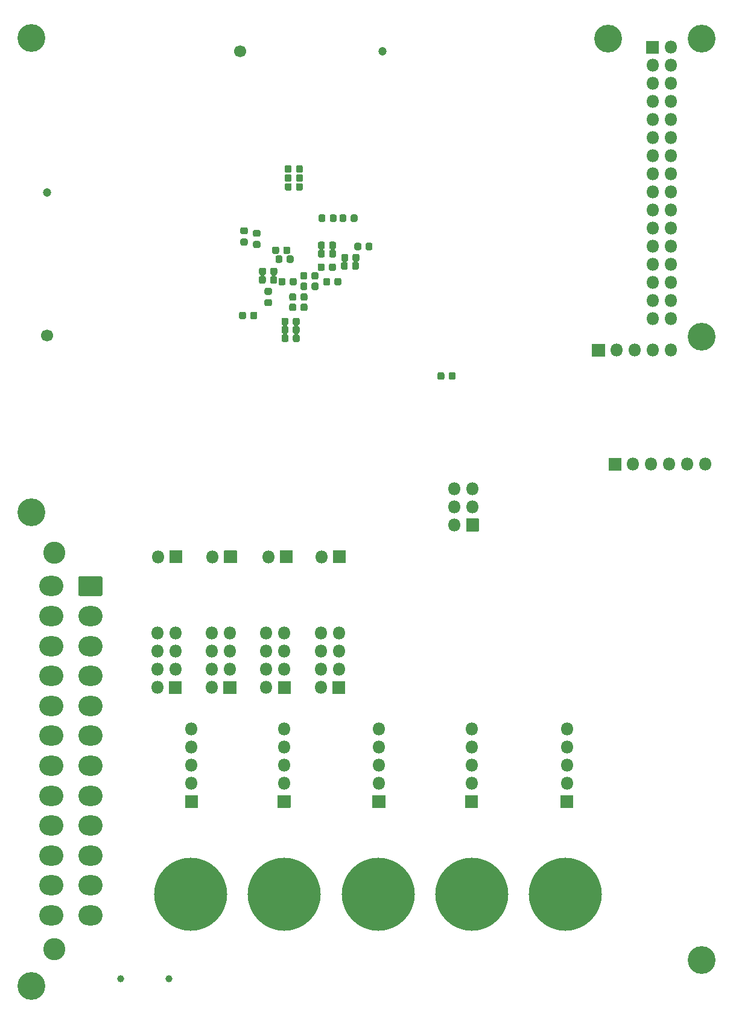
<source format=gbr>
%TF.GenerationSoftware,KiCad,Pcbnew,(5.99.0-3304-gcc86630f1-dirty)*%
%TF.CreationDate,2021-01-15T17:35:19+01:00*%
%TF.ProjectId,FD,46442e6b-6963-4616-945f-706362585858,rev?*%
%TF.SameCoordinates,Original*%
%TF.FileFunction,Soldermask,Bot*%
%TF.FilePolarity,Negative*%
%FSLAX46Y46*%
G04 Gerber Fmt 4.6, Leading zero omitted, Abs format (unit mm)*
G04 Created by KiCad (PCBNEW (5.99.0-3304-gcc86630f1-dirty)) date 2021-01-15 17:35:19*
%MOMM*%
%LPD*%
G01*
G04 APERTURE LIST*
%ADD10C,3.100000*%
%ADD11O,3.400000X2.800000*%
%ADD12O,1.800000X1.800000*%
%ADD13C,10.260000*%
%ADD14C,1.200000*%
%ADD15C,1.700000*%
%ADD16C,1.000000*%
%ADD17C,3.900000*%
G04 APERTURE END LIST*
D10*
%TO.C,J2*%
X142760000Y-153200000D03*
X142760000Y-97600000D03*
G36*
G01*
X146359260Y-100900000D02*
X149240740Y-100900000D01*
G75*
G02*
X149500000Y-101159260I0J-259260D01*
G01*
X149500000Y-103440740D01*
G75*
G02*
X149240740Y-103700000I-259260J0D01*
G01*
X146359260Y-103700000D01*
G75*
G02*
X146100000Y-103440740I0J259260D01*
G01*
X146100000Y-101159260D01*
G75*
G02*
X146359260Y-100900000I259260J0D01*
G01*
G37*
D11*
X147800000Y-106500000D03*
X147800000Y-110700000D03*
X147800000Y-114900000D03*
X147800000Y-119100000D03*
X147800000Y-123300000D03*
X147800000Y-127500000D03*
X147800000Y-131700000D03*
X147800000Y-135900000D03*
X147800000Y-140100000D03*
X147800000Y-144300000D03*
X147800000Y-148500000D03*
X142300000Y-102300000D03*
X142300000Y-106500000D03*
X142300000Y-110700000D03*
X142300000Y-114900000D03*
X142300000Y-119100000D03*
X142300000Y-123300000D03*
X142300000Y-127500000D03*
X142300000Y-131700000D03*
X142300000Y-135900000D03*
X142300000Y-140100000D03*
X142300000Y-144300000D03*
X142300000Y-148500000D03*
%TD*%
%TO.C,J3*%
G36*
G01*
X160620000Y-115680000D02*
X160620000Y-117380000D01*
G75*
G02*
X160570000Y-117430000I-50000J0D01*
G01*
X158870000Y-117430000D01*
G75*
G02*
X158820000Y-117380000I0J50000D01*
G01*
X158820000Y-115680000D01*
G75*
G02*
X158870000Y-115630000I50000J0D01*
G01*
X160570000Y-115630000D01*
G75*
G02*
X160620000Y-115680000I0J-50000D01*
G01*
G37*
D12*
X157180000Y-116530000D03*
X159720000Y-113990000D03*
X157180000Y-113990000D03*
X159720000Y-111450000D03*
X157180000Y-111450000D03*
X159720000Y-108910000D03*
X157180000Y-108910000D03*
%TD*%
%TO.C,J4*%
G36*
G01*
X168264466Y-115680000D02*
X168264466Y-117380000D01*
G75*
G02*
X168214466Y-117430000I-50000J0D01*
G01*
X166514466Y-117430000D01*
G75*
G02*
X166464466Y-117380000I0J50000D01*
G01*
X166464466Y-115680000D01*
G75*
G02*
X166514466Y-115630000I50000J0D01*
G01*
X168214466Y-115630000D01*
G75*
G02*
X168264466Y-115680000I0J-50000D01*
G01*
G37*
X164824466Y-116530000D03*
X167364466Y-113990000D03*
X164824466Y-113990000D03*
X167364466Y-111450000D03*
X164824466Y-111450000D03*
X167364466Y-108910000D03*
X164824466Y-108910000D03*
%TD*%
%TO.C,J5*%
G36*
G01*
X175908932Y-115680000D02*
X175908932Y-117380000D01*
G75*
G02*
X175858932Y-117430000I-50000J0D01*
G01*
X174158932Y-117430000D01*
G75*
G02*
X174108932Y-117380000I0J50000D01*
G01*
X174108932Y-115680000D01*
G75*
G02*
X174158932Y-115630000I50000J0D01*
G01*
X175858932Y-115630000D01*
G75*
G02*
X175908932Y-115680000I0J-50000D01*
G01*
G37*
X172468932Y-116530000D03*
X175008932Y-113990000D03*
X172468932Y-113990000D03*
X175008932Y-111450000D03*
X172468932Y-111450000D03*
X175008932Y-108910000D03*
X172468932Y-108910000D03*
%TD*%
%TO.C,J6*%
G36*
G01*
X183553398Y-115680000D02*
X183553398Y-117380000D01*
G75*
G02*
X183503398Y-117430000I-50000J0D01*
G01*
X181803398Y-117430000D01*
G75*
G02*
X181753398Y-117380000I0J50000D01*
G01*
X181753398Y-115680000D01*
G75*
G02*
X181803398Y-115630000I50000J0D01*
G01*
X183503398Y-115630000D01*
G75*
G02*
X183553398Y-115680000I0J-50000D01*
G01*
G37*
X180113398Y-116530000D03*
X182653398Y-113990000D03*
X180113398Y-113990000D03*
X182653398Y-111450000D03*
X180113398Y-111450000D03*
X182653398Y-108910000D03*
X180113398Y-108910000D03*
%TD*%
%TO.C,J7*%
G36*
G01*
X160716602Y-97330000D02*
X160716602Y-99030000D01*
G75*
G02*
X160666602Y-99080000I-50000J0D01*
G01*
X158966602Y-99080000D01*
G75*
G02*
X158916602Y-99030000I0J50000D01*
G01*
X158916602Y-97330000D01*
G75*
G02*
X158966602Y-97280000I50000J0D01*
G01*
X160666602Y-97280000D01*
G75*
G02*
X160716602Y-97330000I0J-50000D01*
G01*
G37*
X157276602Y-98180000D03*
%TD*%
%TO.C,J8*%
G36*
G01*
X168361068Y-97330000D02*
X168361068Y-99030000D01*
G75*
G02*
X168311068Y-99080000I-50000J0D01*
G01*
X166611068Y-99080000D01*
G75*
G02*
X166561068Y-99030000I0J50000D01*
G01*
X166561068Y-97330000D01*
G75*
G02*
X166611068Y-97280000I50000J0D01*
G01*
X168311068Y-97280000D01*
G75*
G02*
X168361068Y-97330000I0J-50000D01*
G01*
G37*
X164921068Y-98180000D03*
%TD*%
%TO.C,J9*%
G36*
G01*
X176205030Y-97330000D02*
X176205030Y-99030000D01*
G75*
G02*
X176155030Y-99080000I-50000J0D01*
G01*
X174455030Y-99080000D01*
G75*
G02*
X174405030Y-99030000I0J50000D01*
G01*
X174405030Y-97330000D01*
G75*
G02*
X174455030Y-97280000I50000J0D01*
G01*
X176155030Y-97280000D01*
G75*
G02*
X176205030Y-97330000I0J-50000D01*
G01*
G37*
X172765030Y-98180000D03*
%TD*%
%TO.C,J10*%
G36*
G01*
X183650000Y-97330000D02*
X183650000Y-99030000D01*
G75*
G02*
X183600000Y-99080000I-50000J0D01*
G01*
X181900000Y-99080000D01*
G75*
G02*
X181850000Y-99030000I0J50000D01*
G01*
X181850000Y-97330000D01*
G75*
G02*
X181900000Y-97280000I50000J0D01*
G01*
X183600000Y-97280000D01*
G75*
G02*
X183650000Y-97330000I0J-50000D01*
G01*
G37*
X180210000Y-98180000D03*
%TD*%
D13*
%TO.C,J11*%
X161880000Y-145520000D03*
%TD*%
%TO.C,J12*%
X201330000Y-145520000D03*
%TD*%
%TO.C,J13*%
X214480000Y-145520000D03*
%TD*%
%TO.C,J14*%
G36*
G01*
X162880000Y-131670000D02*
X162880000Y-133370000D01*
G75*
G02*
X162830000Y-133420000I-50000J0D01*
G01*
X161130000Y-133420000D01*
G75*
G02*
X161080000Y-133370000I0J50000D01*
G01*
X161080000Y-131670000D01*
G75*
G02*
X161130000Y-131620000I50000J0D01*
G01*
X162830000Y-131620000D01*
G75*
G02*
X162880000Y-131670000I0J-50000D01*
G01*
G37*
D12*
X161980000Y-129980000D03*
X161980000Y-127440000D03*
X161980000Y-124900000D03*
X161980000Y-122360000D03*
%TD*%
%TO.C,J15*%
G36*
G01*
X202180000Y-131670000D02*
X202180000Y-133370000D01*
G75*
G02*
X202130000Y-133420000I-50000J0D01*
G01*
X200430000Y-133420000D01*
G75*
G02*
X200380000Y-133370000I0J50000D01*
G01*
X200380000Y-131670000D01*
G75*
G02*
X200430000Y-131620000I50000J0D01*
G01*
X202130000Y-131620000D01*
G75*
G02*
X202180000Y-131670000I0J-50000D01*
G01*
G37*
X201280000Y-129980000D03*
X201280000Y-127440000D03*
X201280000Y-124900000D03*
X201280000Y-122360000D03*
%TD*%
%TO.C,J16*%
G36*
G01*
X215580000Y-131670000D02*
X215580000Y-133370000D01*
G75*
G02*
X215530000Y-133420000I-50000J0D01*
G01*
X213830000Y-133420000D01*
G75*
G02*
X213780000Y-133370000I0J50000D01*
G01*
X213780000Y-131670000D01*
G75*
G02*
X213830000Y-131620000I50000J0D01*
G01*
X215530000Y-131620000D01*
G75*
G02*
X215580000Y-131670000I0J-50000D01*
G01*
G37*
X214680000Y-129980000D03*
X214680000Y-127440000D03*
X214680000Y-124900000D03*
X214680000Y-122360000D03*
%TD*%
D13*
%TO.C,J19*%
X188180000Y-145520000D03*
%TD*%
%TO.C,J20*%
X175030000Y-145520000D03*
%TD*%
%TO.C,J21*%
G36*
G01*
X189180000Y-131670000D02*
X189180000Y-133370000D01*
G75*
G02*
X189130000Y-133420000I-50000J0D01*
G01*
X187430000Y-133420000D01*
G75*
G02*
X187380000Y-133370000I0J50000D01*
G01*
X187380000Y-131670000D01*
G75*
G02*
X187430000Y-131620000I50000J0D01*
G01*
X189130000Y-131620000D01*
G75*
G02*
X189180000Y-131670000I0J-50000D01*
G01*
G37*
D12*
X188280000Y-129980000D03*
X188280000Y-127440000D03*
X188280000Y-124900000D03*
X188280000Y-122360000D03*
%TD*%
%TO.C,J22*%
G36*
G01*
X175880000Y-131670000D02*
X175880000Y-133370000D01*
G75*
G02*
X175830000Y-133420000I-50000J0D01*
G01*
X174130000Y-133420000D01*
G75*
G02*
X174080000Y-133370000I0J50000D01*
G01*
X174080000Y-131670000D01*
G75*
G02*
X174130000Y-131620000I50000J0D01*
G01*
X175830000Y-131620000D01*
G75*
G02*
X175880000Y-131670000I0J-50000D01*
G01*
G37*
X174980000Y-129980000D03*
X174980000Y-127440000D03*
X174980000Y-124900000D03*
X174980000Y-122360000D03*
%TD*%
D14*
%TO.C,J29*%
X141725000Y-47090000D03*
D15*
X141725000Y-67090000D03*
%TD*%
%TO.C,J31*%
G36*
G01*
X225800000Y-27530000D02*
X225800000Y-25830000D01*
G75*
G02*
X225850000Y-25780000I50000J0D01*
G01*
X227550000Y-25780000D01*
G75*
G02*
X227600000Y-25830000I0J-50000D01*
G01*
X227600000Y-27530000D01*
G75*
G02*
X227550000Y-27580000I-50000J0D01*
G01*
X225850000Y-27580000D01*
G75*
G02*
X225800000Y-27530000I0J50000D01*
G01*
G37*
D12*
X229240000Y-26680000D03*
X226700000Y-29220000D03*
X229240000Y-29220000D03*
X226700000Y-31760000D03*
X229240000Y-31760000D03*
X226700000Y-34300000D03*
X229240000Y-34300000D03*
X226700000Y-36840000D03*
X229240000Y-36840000D03*
X226700000Y-39380000D03*
X229240000Y-39380000D03*
X226700000Y-41920000D03*
X229240000Y-41920000D03*
X226700000Y-44460000D03*
X229240000Y-44460000D03*
X226700000Y-47000000D03*
X229240000Y-47000000D03*
X226700000Y-49540000D03*
X229240000Y-49540000D03*
X226700000Y-52080000D03*
X229240000Y-52080000D03*
X226700000Y-54620000D03*
X229240000Y-54620000D03*
X226700000Y-57160000D03*
X229240000Y-57160000D03*
X226700000Y-59700000D03*
X229240000Y-59700000D03*
X226700000Y-62240000D03*
X229240000Y-62240000D03*
X226700000Y-64780000D03*
X229240000Y-64780000D03*
%TD*%
%TO.C,J32*%
G36*
G01*
X222250000Y-86100000D02*
X220550000Y-86100000D01*
G75*
G02*
X220500000Y-86050000I0J50000D01*
G01*
X220500000Y-84350000D01*
G75*
G02*
X220550000Y-84300000I50000J0D01*
G01*
X222250000Y-84300000D01*
G75*
G02*
X222300000Y-84350000I0J-50000D01*
G01*
X222300000Y-86050000D01*
G75*
G02*
X222250000Y-86100000I-50000J0D01*
G01*
G37*
X223940000Y-85200000D03*
X226480000Y-85200000D03*
X229020000Y-85200000D03*
X231560000Y-85200000D03*
X234100000Y-85200000D03*
%TD*%
%TO.C,J33*%
G36*
G01*
X202330000Y-92860000D02*
X202330000Y-94560000D01*
G75*
G02*
X202280000Y-94610000I-50000J0D01*
G01*
X200580000Y-94610000D01*
G75*
G02*
X200530000Y-94560000I0J50000D01*
G01*
X200530000Y-92860000D01*
G75*
G02*
X200580000Y-92810000I50000J0D01*
G01*
X202280000Y-92810000D01*
G75*
G02*
X202330000Y-92860000I0J-50000D01*
G01*
G37*
X198890000Y-93710000D03*
X201430000Y-91170000D03*
X198890000Y-91170000D03*
X201430000Y-88630000D03*
X198890000Y-88630000D03*
%TD*%
D16*
%TO.C,SW1*%
X158820000Y-157340000D03*
X152020000Y-157340000D03*
%TD*%
%TO.C,J30*%
G36*
G01*
X219950000Y-70100000D02*
X218250000Y-70100000D01*
G75*
G02*
X218200000Y-70050000I0J50000D01*
G01*
X218200000Y-68350000D01*
G75*
G02*
X218250000Y-68300000I50000J0D01*
G01*
X219950000Y-68300000D01*
G75*
G02*
X220000000Y-68350000I0J-50000D01*
G01*
X220000000Y-70050000D01*
G75*
G02*
X219950000Y-70100000I-50000J0D01*
G01*
G37*
D12*
X221640000Y-69200000D03*
X224180000Y-69200000D03*
X226720000Y-69200000D03*
X229260000Y-69200000D03*
%TD*%
D15*
%TO.C,J25*%
X168790000Y-27210000D03*
D14*
X188790000Y-27210000D03*
%TD*%
D17*
%TO.C,REF\u002A\u002A*%
X139510000Y-25404999D03*
%TD*%
%TO.C,REF\u002A\u002A*%
X233570000Y-154750000D03*
%TD*%
%TO.C,REF\u002A\u002A*%
X233570000Y-25444999D03*
%TD*%
%TO.C,REF\u002A\u002A*%
X139510000Y-158360000D03*
%TD*%
%TO.C,REF\u002A\u002A*%
X139510000Y-91920000D03*
%TD*%
%TO.C,REF\u002A\u002A*%
X233570000Y-67300000D03*
%TD*%
%TO.C,REF\u002A\u002A*%
X220440000Y-25444999D03*
%TD*%
%TO.C,C52*%
G36*
G01*
X183015000Y-59298750D02*
X183015000Y-59861250D01*
G75*
G02*
X182771250Y-60105000I-243750J0D01*
G01*
X182283750Y-60105000D01*
G75*
G02*
X182040000Y-59861250I0J243750D01*
G01*
X182040000Y-59298750D01*
G75*
G02*
X182283750Y-59055000I243750J0D01*
G01*
X182771250Y-59055000D01*
G75*
G02*
X183015000Y-59298750I0J-243750D01*
G01*
G37*
G36*
G01*
X181440000Y-59298750D02*
X181440000Y-59861250D01*
G75*
G02*
X181196250Y-60105000I-243750J0D01*
G01*
X180708750Y-60105000D01*
G75*
G02*
X180465000Y-59861250I0J243750D01*
G01*
X180465000Y-59298750D01*
G75*
G02*
X180708750Y-59055000I243750J0D01*
G01*
X181196250Y-59055000D01*
G75*
G02*
X181440000Y-59298750I0J-243750D01*
G01*
G37*
%TD*%
%TO.C,C74*%
G36*
G01*
X182245000Y-57258750D02*
X182245000Y-57821250D01*
G75*
G02*
X182001250Y-58065000I-243750J0D01*
G01*
X181513750Y-58065000D01*
G75*
G02*
X181270000Y-57821250I0J243750D01*
G01*
X181270000Y-57258750D01*
G75*
G02*
X181513750Y-57015000I243750J0D01*
G01*
X182001250Y-57015000D01*
G75*
G02*
X182245000Y-57258750I0J-243750D01*
G01*
G37*
G36*
G01*
X180670000Y-57258750D02*
X180670000Y-57821250D01*
G75*
G02*
X180426250Y-58065000I-243750J0D01*
G01*
X179938750Y-58065000D01*
G75*
G02*
X179695000Y-57821250I0J243750D01*
G01*
X179695000Y-57258750D01*
G75*
G02*
X179938750Y-57015000I243750J0D01*
G01*
X180426250Y-57015000D01*
G75*
G02*
X180670000Y-57258750I0J-243750D01*
G01*
G37*
%TD*%
%TO.C,R88*%
G36*
G01*
X199045000Y-72528750D02*
X199045000Y-73091250D01*
G75*
G02*
X198801250Y-73335000I-243750J0D01*
G01*
X198313750Y-73335000D01*
G75*
G02*
X198070000Y-73091250I0J243750D01*
G01*
X198070000Y-72528750D01*
G75*
G02*
X198313750Y-72285000I243750J0D01*
G01*
X198801250Y-72285000D01*
G75*
G02*
X199045000Y-72528750I0J-243750D01*
G01*
G37*
G36*
G01*
X197470000Y-72528750D02*
X197470000Y-73091250D01*
G75*
G02*
X197226250Y-73335000I-243750J0D01*
G01*
X196738750Y-73335000D01*
G75*
G02*
X196495000Y-73091250I0J243750D01*
G01*
X196495000Y-72528750D01*
G75*
G02*
X196738750Y-72285000I243750J0D01*
G01*
X197226250Y-72285000D01*
G75*
G02*
X197470000Y-72528750I0J-243750D01*
G01*
G37*
%TD*%
%TO.C,C13*%
G36*
G01*
X183012500Y-56481250D02*
X183012500Y-55918750D01*
G75*
G02*
X183256250Y-55675000I243750J0D01*
G01*
X183743750Y-55675000D01*
G75*
G02*
X183987500Y-55918750I0J-243750D01*
G01*
X183987500Y-56481250D01*
G75*
G02*
X183743750Y-56725000I-243750J0D01*
G01*
X183256250Y-56725000D01*
G75*
G02*
X183012500Y-56481250I0J243750D01*
G01*
G37*
G36*
G01*
X184587500Y-56481250D02*
X184587500Y-55918750D01*
G75*
G02*
X184831250Y-55675000I243750J0D01*
G01*
X185318750Y-55675000D01*
G75*
G02*
X185562500Y-55918750I0J-243750D01*
G01*
X185562500Y-56481250D01*
G75*
G02*
X185318750Y-56725000I-243750J0D01*
G01*
X184831250Y-56725000D01*
G75*
G02*
X184587500Y-56481250I0J243750D01*
G01*
G37*
%TD*%
%TO.C,C84*%
G36*
G01*
X182277500Y-55378750D02*
X182277500Y-55941250D01*
G75*
G02*
X182033750Y-56185000I-243750J0D01*
G01*
X181546250Y-56185000D01*
G75*
G02*
X181302500Y-55941250I0J243750D01*
G01*
X181302500Y-55378750D01*
G75*
G02*
X181546250Y-55135000I243750J0D01*
G01*
X182033750Y-55135000D01*
G75*
G02*
X182277500Y-55378750I0J-243750D01*
G01*
G37*
G36*
G01*
X180702500Y-55378750D02*
X180702500Y-55941250D01*
G75*
G02*
X180458750Y-56185000I-243750J0D01*
G01*
X179971250Y-56185000D01*
G75*
G02*
X179727500Y-55941250I0J243750D01*
G01*
X179727500Y-55378750D01*
G75*
G02*
X179971250Y-55135000I243750J0D01*
G01*
X180458750Y-55135000D01*
G75*
G02*
X180702500Y-55378750I0J-243750D01*
G01*
G37*
%TD*%
%TO.C,C26*%
G36*
G01*
X182942500Y-57651250D02*
X182942500Y-57088750D01*
G75*
G02*
X183186250Y-56845000I243750J0D01*
G01*
X183673750Y-56845000D01*
G75*
G02*
X183917500Y-57088750I0J-243750D01*
G01*
X183917500Y-57651250D01*
G75*
G02*
X183673750Y-57895000I-243750J0D01*
G01*
X183186250Y-57895000D01*
G75*
G02*
X182942500Y-57651250I0J243750D01*
G01*
G37*
G36*
G01*
X184517500Y-57651250D02*
X184517500Y-57088750D01*
G75*
G02*
X184761250Y-56845000I243750J0D01*
G01*
X185248750Y-56845000D01*
G75*
G02*
X185492500Y-57088750I0J-243750D01*
G01*
X185492500Y-57651250D01*
G75*
G02*
X185248750Y-57895000I-243750J0D01*
G01*
X184761250Y-57895000D01*
G75*
G02*
X184517500Y-57651250I0J243750D01*
G01*
G37*
%TD*%
%TO.C,C36*%
G36*
G01*
X176742500Y-59288750D02*
X176742500Y-59851250D01*
G75*
G02*
X176498750Y-60095000I-243750J0D01*
G01*
X176011250Y-60095000D01*
G75*
G02*
X175767500Y-59851250I0J243750D01*
G01*
X175767500Y-59288750D01*
G75*
G02*
X176011250Y-59045000I243750J0D01*
G01*
X176498750Y-59045000D01*
G75*
G02*
X176742500Y-59288750I0J-243750D01*
G01*
G37*
G36*
G01*
X175167500Y-59288750D02*
X175167500Y-59851250D01*
G75*
G02*
X174923750Y-60095000I-243750J0D01*
G01*
X174436250Y-60095000D01*
G75*
G02*
X174192500Y-59851250I0J243750D01*
G01*
X174192500Y-59288750D01*
G75*
G02*
X174436250Y-59045000I243750J0D01*
G01*
X174923750Y-59045000D01*
G75*
G02*
X175167500Y-59288750I0J-243750D01*
G01*
G37*
%TD*%
%TO.C,C28*%
G36*
G01*
X178255000Y-62878750D02*
X178255000Y-63441250D01*
G75*
G02*
X178011250Y-63685000I-243750J0D01*
G01*
X177523750Y-63685000D01*
G75*
G02*
X177280000Y-63441250I0J243750D01*
G01*
X177280000Y-62878750D01*
G75*
G02*
X177523750Y-62635000I243750J0D01*
G01*
X178011250Y-62635000D01*
G75*
G02*
X178255000Y-62878750I0J-243750D01*
G01*
G37*
G36*
G01*
X176680000Y-62878750D02*
X176680000Y-63441250D01*
G75*
G02*
X176436250Y-63685000I-243750J0D01*
G01*
X175948750Y-63685000D01*
G75*
G02*
X175705000Y-63441250I0J243750D01*
G01*
X175705000Y-62878750D01*
G75*
G02*
X175948750Y-62635000I243750J0D01*
G01*
X176436250Y-62635000D01*
G75*
G02*
X176680000Y-62878750I0J-243750D01*
G01*
G37*
%TD*%
%TO.C,C23*%
G36*
G01*
X175845000Y-54888750D02*
X175845000Y-55451250D01*
G75*
G02*
X175601250Y-55695000I-243750J0D01*
G01*
X175113750Y-55695000D01*
G75*
G02*
X174870000Y-55451250I0J243750D01*
G01*
X174870000Y-54888750D01*
G75*
G02*
X175113750Y-54645000I243750J0D01*
G01*
X175601250Y-54645000D01*
G75*
G02*
X175845000Y-54888750I0J-243750D01*
G01*
G37*
G36*
G01*
X174270000Y-54888750D02*
X174270000Y-55451250D01*
G75*
G02*
X174026250Y-55695000I-243750J0D01*
G01*
X173538750Y-55695000D01*
G75*
G02*
X173295000Y-55451250I0J243750D01*
G01*
X173295000Y-54888750D01*
G75*
G02*
X173538750Y-54645000I243750J0D01*
G01*
X174026250Y-54645000D01*
G75*
G02*
X174270000Y-54888750I0J-243750D01*
G01*
G37*
%TD*%
%TO.C,R48*%
G36*
G01*
X173031250Y-63005000D02*
X172468750Y-63005000D01*
G75*
G02*
X172225000Y-62761250I0J243750D01*
G01*
X172225000Y-62273750D01*
G75*
G02*
X172468750Y-62030000I243750J0D01*
G01*
X173031250Y-62030000D01*
G75*
G02*
X173275000Y-62273750I0J-243750D01*
G01*
X173275000Y-62761250D01*
G75*
G02*
X173031250Y-63005000I-243750J0D01*
G01*
G37*
G36*
G01*
X173031250Y-61430000D02*
X172468750Y-61430000D01*
G75*
G02*
X172225000Y-61186250I0J243750D01*
G01*
X172225000Y-60698750D01*
G75*
G02*
X172468750Y-60455000I243750J0D01*
G01*
X173031250Y-60455000D01*
G75*
G02*
X173275000Y-60698750I0J-243750D01*
G01*
X173275000Y-61186250D01*
G75*
G02*
X173031250Y-61430000I-243750J0D01*
G01*
G37*
%TD*%
%TO.C,C66*%
G36*
G01*
X184835000Y-54921250D02*
X184835000Y-54358750D01*
G75*
G02*
X185078750Y-54115000I243750J0D01*
G01*
X185566250Y-54115000D01*
G75*
G02*
X185810000Y-54358750I0J-243750D01*
G01*
X185810000Y-54921250D01*
G75*
G02*
X185566250Y-55165000I-243750J0D01*
G01*
X185078750Y-55165000D01*
G75*
G02*
X184835000Y-54921250I0J243750D01*
G01*
G37*
G36*
G01*
X186410000Y-54921250D02*
X186410000Y-54358750D01*
G75*
G02*
X186653750Y-54115000I243750J0D01*
G01*
X187141250Y-54115000D01*
G75*
G02*
X187385000Y-54358750I0J-243750D01*
G01*
X187385000Y-54921250D01*
G75*
G02*
X187141250Y-55165000I-243750J0D01*
G01*
X186653750Y-55165000D01*
G75*
G02*
X186410000Y-54921250I0J243750D01*
G01*
G37*
%TD*%
%TO.C,C14*%
G36*
G01*
X177265000Y-60511250D02*
X177265000Y-59948750D01*
G75*
G02*
X177508750Y-59705000I243750J0D01*
G01*
X177996250Y-59705000D01*
G75*
G02*
X178240000Y-59948750I0J-243750D01*
G01*
X178240000Y-60511250D01*
G75*
G02*
X177996250Y-60755000I-243750J0D01*
G01*
X177508750Y-60755000D01*
G75*
G02*
X177265000Y-60511250I0J243750D01*
G01*
G37*
G36*
G01*
X178840000Y-60511250D02*
X178840000Y-59948750D01*
G75*
G02*
X179083750Y-59705000I243750J0D01*
G01*
X179571250Y-59705000D01*
G75*
G02*
X179815000Y-59948750I0J-243750D01*
G01*
X179815000Y-60511250D01*
G75*
G02*
X179571250Y-60755000I-243750J0D01*
G01*
X179083750Y-60755000D01*
G75*
G02*
X178840000Y-60511250I0J243750D01*
G01*
G37*
%TD*%
%TO.C,C85*%
G36*
G01*
X173765000Y-56691250D02*
X173765000Y-56128750D01*
G75*
G02*
X174008750Y-55885000I243750J0D01*
G01*
X174496250Y-55885000D01*
G75*
G02*
X174740000Y-56128750I0J-243750D01*
G01*
X174740000Y-56691250D01*
G75*
G02*
X174496250Y-56935000I-243750J0D01*
G01*
X174008750Y-56935000D01*
G75*
G02*
X173765000Y-56691250I0J243750D01*
G01*
G37*
G36*
G01*
X175340000Y-56691250D02*
X175340000Y-56128750D01*
G75*
G02*
X175583750Y-55885000I243750J0D01*
G01*
X176071250Y-55885000D01*
G75*
G02*
X176315000Y-56128750I0J-243750D01*
G01*
X176315000Y-56691250D01*
G75*
G02*
X176071250Y-56935000I-243750J0D01*
G01*
X175583750Y-56935000D01*
G75*
G02*
X175340000Y-56691250I0J243750D01*
G01*
G37*
%TD*%
%TO.C,C18*%
G36*
G01*
X178257500Y-61438750D02*
X178257500Y-62001250D01*
G75*
G02*
X178013750Y-62245000I-243750J0D01*
G01*
X177526250Y-62245000D01*
G75*
G02*
X177282500Y-62001250I0J243750D01*
G01*
X177282500Y-61438750D01*
G75*
G02*
X177526250Y-61195000I243750J0D01*
G01*
X178013750Y-61195000D01*
G75*
G02*
X178257500Y-61438750I0J-243750D01*
G01*
G37*
G36*
G01*
X176682500Y-61438750D02*
X176682500Y-62001250D01*
G75*
G02*
X176438750Y-62245000I-243750J0D01*
G01*
X175951250Y-62245000D01*
G75*
G02*
X175707500Y-62001250I0J243750D01*
G01*
X175707500Y-61438750D01*
G75*
G02*
X175951250Y-61195000I243750J0D01*
G01*
X176438750Y-61195000D01*
G75*
G02*
X176682500Y-61438750I0J-243750D01*
G01*
G37*
%TD*%
%TO.C,C83*%
G36*
G01*
X171215000Y-64038750D02*
X171215000Y-64601250D01*
G75*
G02*
X170971250Y-64845000I-243750J0D01*
G01*
X170483750Y-64845000D01*
G75*
G02*
X170240000Y-64601250I0J243750D01*
G01*
X170240000Y-64038750D01*
G75*
G02*
X170483750Y-63795000I243750J0D01*
G01*
X170971250Y-63795000D01*
G75*
G02*
X171215000Y-64038750I0J-243750D01*
G01*
G37*
G36*
G01*
X169640000Y-64038750D02*
X169640000Y-64601250D01*
G75*
G02*
X169396250Y-64845000I-243750J0D01*
G01*
X168908750Y-64845000D01*
G75*
G02*
X168665000Y-64601250I0J243750D01*
G01*
X168665000Y-64038750D01*
G75*
G02*
X168908750Y-63795000I243750J0D01*
G01*
X169396250Y-63795000D01*
G75*
G02*
X169640000Y-64038750I0J-243750D01*
G01*
G37*
%TD*%
%TO.C,C86*%
G36*
G01*
X179795000Y-58468750D02*
X179795000Y-59031250D01*
G75*
G02*
X179551250Y-59275000I-243750J0D01*
G01*
X179063750Y-59275000D01*
G75*
G02*
X178820000Y-59031250I0J243750D01*
G01*
X178820000Y-58468750D01*
G75*
G02*
X179063750Y-58225000I243750J0D01*
G01*
X179551250Y-58225000D01*
G75*
G02*
X179795000Y-58468750I0J-243750D01*
G01*
G37*
G36*
G01*
X178220000Y-58468750D02*
X178220000Y-59031250D01*
G75*
G02*
X177976250Y-59275000I-243750J0D01*
G01*
X177488750Y-59275000D01*
G75*
G02*
X177245000Y-59031250I0J243750D01*
G01*
X177245000Y-58468750D01*
G75*
G02*
X177488750Y-58225000I243750J0D01*
G01*
X177976250Y-58225000D01*
G75*
G02*
X178220000Y-58468750I0J-243750D01*
G01*
G37*
%TD*%
%TO.C,C98*%
G36*
G01*
X174615000Y-65436250D02*
X174615000Y-64873750D01*
G75*
G02*
X174858750Y-64630000I243750J0D01*
G01*
X175346250Y-64630000D01*
G75*
G02*
X175590000Y-64873750I0J-243750D01*
G01*
X175590000Y-65436250D01*
G75*
G02*
X175346250Y-65680000I-243750J0D01*
G01*
X174858750Y-65680000D01*
G75*
G02*
X174615000Y-65436250I0J243750D01*
G01*
G37*
G36*
G01*
X176190000Y-65436250D02*
X176190000Y-64873750D01*
G75*
G02*
X176433750Y-64630000I243750J0D01*
G01*
X176921250Y-64630000D01*
G75*
G02*
X177165000Y-64873750I0J-243750D01*
G01*
X177165000Y-65436250D01*
G75*
G02*
X176921250Y-65680000I-243750J0D01*
G01*
X176433750Y-65680000D01*
G75*
G02*
X176190000Y-65436250I0J243750D01*
G01*
G37*
%TD*%
%TO.C,C32*%
G36*
G01*
X171435000Y-59611250D02*
X171435000Y-59048750D01*
G75*
G02*
X171678750Y-58805000I243750J0D01*
G01*
X172166250Y-58805000D01*
G75*
G02*
X172410000Y-59048750I0J-243750D01*
G01*
X172410000Y-59611250D01*
G75*
G02*
X172166250Y-59855000I-243750J0D01*
G01*
X171678750Y-59855000D01*
G75*
G02*
X171435000Y-59611250I0J243750D01*
G01*
G37*
G36*
G01*
X173010000Y-59611250D02*
X173010000Y-59048750D01*
G75*
G02*
X173253750Y-58805000I243750J0D01*
G01*
X173741250Y-58805000D01*
G75*
G02*
X173985000Y-59048750I0J-243750D01*
G01*
X173985000Y-59611250D01*
G75*
G02*
X173741250Y-59855000I-243750J0D01*
G01*
X173253750Y-59855000D01*
G75*
G02*
X173010000Y-59611250I0J243750D01*
G01*
G37*
%TD*%
%TO.C,C96*%
G36*
G01*
X174622500Y-67796250D02*
X174622500Y-67233750D01*
G75*
G02*
X174866250Y-66990000I243750J0D01*
G01*
X175353750Y-66990000D01*
G75*
G02*
X175597500Y-67233750I0J-243750D01*
G01*
X175597500Y-67796250D01*
G75*
G02*
X175353750Y-68040000I-243750J0D01*
G01*
X174866250Y-68040000D01*
G75*
G02*
X174622500Y-67796250I0J243750D01*
G01*
G37*
G36*
G01*
X176197500Y-67796250D02*
X176197500Y-67233750D01*
G75*
G02*
X176441250Y-66990000I243750J0D01*
G01*
X176928750Y-66990000D01*
G75*
G02*
X177172500Y-67233750I0J-243750D01*
G01*
X177172500Y-67796250D01*
G75*
G02*
X176928750Y-68040000I-243750J0D01*
G01*
X176441250Y-68040000D01*
G75*
G02*
X176197500Y-67796250I0J243750D01*
G01*
G37*
%TD*%
%TO.C,C25*%
G36*
G01*
X169641250Y-54495000D02*
X169078750Y-54495000D01*
G75*
G02*
X168835000Y-54251250I0J243750D01*
G01*
X168835000Y-53763750D01*
G75*
G02*
X169078750Y-53520000I243750J0D01*
G01*
X169641250Y-53520000D01*
G75*
G02*
X169885000Y-53763750I0J-243750D01*
G01*
X169885000Y-54251250D01*
G75*
G02*
X169641250Y-54495000I-243750J0D01*
G01*
G37*
G36*
G01*
X169641250Y-52920000D02*
X169078750Y-52920000D01*
G75*
G02*
X168835000Y-52676250I0J243750D01*
G01*
X168835000Y-52188750D01*
G75*
G02*
X169078750Y-51945000I243750J0D01*
G01*
X169641250Y-51945000D01*
G75*
G02*
X169885000Y-52188750I0J-243750D01*
G01*
X169885000Y-52676250D01*
G75*
G02*
X169641250Y-52920000I-243750J0D01*
G01*
G37*
%TD*%
%TO.C,C65*%
G36*
G01*
X182275000Y-54198750D02*
X182275000Y-54761250D01*
G75*
G02*
X182031250Y-55005000I-243750J0D01*
G01*
X181543750Y-55005000D01*
G75*
G02*
X181300000Y-54761250I0J243750D01*
G01*
X181300000Y-54198750D01*
G75*
G02*
X181543750Y-53955000I243750J0D01*
G01*
X182031250Y-53955000D01*
G75*
G02*
X182275000Y-54198750I0J-243750D01*
G01*
G37*
G36*
G01*
X180700000Y-54198750D02*
X180700000Y-54761250D01*
G75*
G02*
X180456250Y-55005000I-243750J0D01*
G01*
X179968750Y-55005000D01*
G75*
G02*
X179725000Y-54761250I0J243750D01*
G01*
X179725000Y-54198750D01*
G75*
G02*
X179968750Y-53955000I243750J0D01*
G01*
X180456250Y-53955000D01*
G75*
G02*
X180700000Y-54198750I0J-243750D01*
G01*
G37*
%TD*%
%TO.C,C99*%
G36*
G01*
X175065000Y-46556250D02*
X175065000Y-45993750D01*
G75*
G02*
X175308750Y-45750000I243750J0D01*
G01*
X175796250Y-45750000D01*
G75*
G02*
X176040000Y-45993750I0J-243750D01*
G01*
X176040000Y-46556250D01*
G75*
G02*
X175796250Y-46800000I-243750J0D01*
G01*
X175308750Y-46800000D01*
G75*
G02*
X175065000Y-46556250I0J243750D01*
G01*
G37*
G36*
G01*
X176640000Y-46556250D02*
X176640000Y-45993750D01*
G75*
G02*
X176883750Y-45750000I243750J0D01*
G01*
X177371250Y-45750000D01*
G75*
G02*
X177615000Y-45993750I0J-243750D01*
G01*
X177615000Y-46556250D01*
G75*
G02*
X177371250Y-46800000I-243750J0D01*
G01*
X176883750Y-46800000D01*
G75*
G02*
X176640000Y-46556250I0J243750D01*
G01*
G37*
%TD*%
%TO.C,C10*%
G36*
G01*
X171465000Y-58411250D02*
X171465000Y-57848750D01*
G75*
G02*
X171708750Y-57605000I243750J0D01*
G01*
X172196250Y-57605000D01*
G75*
G02*
X172440000Y-57848750I0J-243750D01*
G01*
X172440000Y-58411250D01*
G75*
G02*
X172196250Y-58655000I-243750J0D01*
G01*
X171708750Y-58655000D01*
G75*
G02*
X171465000Y-58411250I0J243750D01*
G01*
G37*
G36*
G01*
X173040000Y-58411250D02*
X173040000Y-57848750D01*
G75*
G02*
X173283750Y-57605000I243750J0D01*
G01*
X173771250Y-57605000D01*
G75*
G02*
X174015000Y-57848750I0J-243750D01*
G01*
X174015000Y-58411250D01*
G75*
G02*
X173771250Y-58655000I-243750J0D01*
G01*
X173283750Y-58655000D01*
G75*
G02*
X173040000Y-58411250I0J243750D01*
G01*
G37*
%TD*%
%TO.C,C100*%
G36*
G01*
X175065000Y-45306250D02*
X175065000Y-44743750D01*
G75*
G02*
X175308750Y-44500000I243750J0D01*
G01*
X175796250Y-44500000D01*
G75*
G02*
X176040000Y-44743750I0J-243750D01*
G01*
X176040000Y-45306250D01*
G75*
G02*
X175796250Y-45550000I-243750J0D01*
G01*
X175308750Y-45550000D01*
G75*
G02*
X175065000Y-45306250I0J243750D01*
G01*
G37*
G36*
G01*
X176640000Y-45306250D02*
X176640000Y-44743750D01*
G75*
G02*
X176883750Y-44500000I243750J0D01*
G01*
X177371250Y-44500000D01*
G75*
G02*
X177615000Y-44743750I0J-243750D01*
G01*
X177615000Y-45306250D01*
G75*
G02*
X177371250Y-45550000I-243750J0D01*
G01*
X176883750Y-45550000D01*
G75*
G02*
X176640000Y-45306250I0J243750D01*
G01*
G37*
%TD*%
%TO.C,C38*%
G36*
G01*
X171421250Y-54847500D02*
X170858750Y-54847500D01*
G75*
G02*
X170615000Y-54603750I0J243750D01*
G01*
X170615000Y-54116250D01*
G75*
G02*
X170858750Y-53872500I243750J0D01*
G01*
X171421250Y-53872500D01*
G75*
G02*
X171665000Y-54116250I0J-243750D01*
G01*
X171665000Y-54603750D01*
G75*
G02*
X171421250Y-54847500I-243750J0D01*
G01*
G37*
G36*
G01*
X171421250Y-53272500D02*
X170858750Y-53272500D01*
G75*
G02*
X170615000Y-53028750I0J243750D01*
G01*
X170615000Y-52541250D01*
G75*
G02*
X170858750Y-52297500I243750J0D01*
G01*
X171421250Y-52297500D01*
G75*
G02*
X171665000Y-52541250I0J-243750D01*
G01*
X171665000Y-53028750D01*
G75*
G02*
X171421250Y-53272500I-243750J0D01*
G01*
G37*
%TD*%
%TO.C,C101*%
G36*
G01*
X175065000Y-44046250D02*
X175065000Y-43483750D01*
G75*
G02*
X175308750Y-43240000I243750J0D01*
G01*
X175796250Y-43240000D01*
G75*
G02*
X176040000Y-43483750I0J-243750D01*
G01*
X176040000Y-44046250D01*
G75*
G02*
X175796250Y-44290000I-243750J0D01*
G01*
X175308750Y-44290000D01*
G75*
G02*
X175065000Y-44046250I0J243750D01*
G01*
G37*
G36*
G01*
X176640000Y-44046250D02*
X176640000Y-43483750D01*
G75*
G02*
X176883750Y-43240000I243750J0D01*
G01*
X177371250Y-43240000D01*
G75*
G02*
X177615000Y-43483750I0J-243750D01*
G01*
X177615000Y-44046250D01*
G75*
G02*
X177371250Y-44290000I-243750J0D01*
G01*
X176883750Y-44290000D01*
G75*
G02*
X176640000Y-44046250I0J243750D01*
G01*
G37*
%TD*%
%TO.C,C97*%
G36*
G01*
X174612500Y-66616250D02*
X174612500Y-66053750D01*
G75*
G02*
X174856250Y-65810000I243750J0D01*
G01*
X175343750Y-65810000D01*
G75*
G02*
X175587500Y-66053750I0J-243750D01*
G01*
X175587500Y-66616250D01*
G75*
G02*
X175343750Y-66860000I-243750J0D01*
G01*
X174856250Y-66860000D01*
G75*
G02*
X174612500Y-66616250I0J243750D01*
G01*
G37*
G36*
G01*
X176187500Y-66616250D02*
X176187500Y-66053750D01*
G75*
G02*
X176431250Y-65810000I243750J0D01*
G01*
X176918750Y-65810000D01*
G75*
G02*
X177162500Y-66053750I0J-243750D01*
G01*
X177162500Y-66616250D01*
G75*
G02*
X176918750Y-66860000I-243750J0D01*
G01*
X176431250Y-66860000D01*
G75*
G02*
X176187500Y-66616250I0J243750D01*
G01*
G37*
%TD*%
%TO.C,C16*%
G36*
G01*
X182357500Y-50383750D02*
X182357500Y-50946250D01*
G75*
G02*
X182113750Y-51190000I-243750J0D01*
G01*
X181626250Y-51190000D01*
G75*
G02*
X181382500Y-50946250I0J243750D01*
G01*
X181382500Y-50383750D01*
G75*
G02*
X181626250Y-50140000I243750J0D01*
G01*
X182113750Y-50140000D01*
G75*
G02*
X182357500Y-50383750I0J-243750D01*
G01*
G37*
G36*
G01*
X180782500Y-50383750D02*
X180782500Y-50946250D01*
G75*
G02*
X180538750Y-51190000I-243750J0D01*
G01*
X180051250Y-51190000D01*
G75*
G02*
X179807500Y-50946250I0J243750D01*
G01*
X179807500Y-50383750D01*
G75*
G02*
X180051250Y-50140000I243750J0D01*
G01*
X180538750Y-50140000D01*
G75*
G02*
X180782500Y-50383750I0J-243750D01*
G01*
G37*
%TD*%
%TO.C,C30*%
G36*
G01*
X182745000Y-50946250D02*
X182745000Y-50383750D01*
G75*
G02*
X182988750Y-50140000I243750J0D01*
G01*
X183476250Y-50140000D01*
G75*
G02*
X183720000Y-50383750I0J-243750D01*
G01*
X183720000Y-50946250D01*
G75*
G02*
X183476250Y-51190000I-243750J0D01*
G01*
X182988750Y-51190000D01*
G75*
G02*
X182745000Y-50946250I0J243750D01*
G01*
G37*
G36*
G01*
X184320000Y-50946250D02*
X184320000Y-50383750D01*
G75*
G02*
X184563750Y-50140000I243750J0D01*
G01*
X185051250Y-50140000D01*
G75*
G02*
X185295000Y-50383750I0J-243750D01*
G01*
X185295000Y-50946250D01*
G75*
G02*
X185051250Y-51190000I-243750J0D01*
G01*
X184563750Y-51190000D01*
G75*
G02*
X184320000Y-50946250I0J243750D01*
G01*
G37*
%TD*%
G36*
X176995931Y-66838655D02*
G01*
X176995757Y-66841468D01*
X176960952Y-66872461D01*
X176948048Y-66931570D01*
X176972413Y-66987119D01*
X176997252Y-67006784D01*
X176997990Y-67008643D01*
X176996748Y-67010211D01*
X176995621Y-67010314D01*
X176903551Y-66992000D01*
X176466449Y-66992000D01*
X176365963Y-67011988D01*
X176364069Y-67011345D01*
X176364243Y-67008532D01*
X176399048Y-66977539D01*
X176411952Y-66918430D01*
X176387587Y-66862881D01*
X176362748Y-66843216D01*
X176362010Y-66841357D01*
X176363252Y-66839789D01*
X176364379Y-66839686D01*
X176456449Y-66858000D01*
X176893551Y-66858000D01*
X176994037Y-66838012D01*
X176995931Y-66838655D01*
G37*
G36*
X175420931Y-66838655D02*
G01*
X175420757Y-66841468D01*
X175385952Y-66872461D01*
X175373048Y-66931570D01*
X175397413Y-66987119D01*
X175422252Y-67006784D01*
X175422990Y-67008643D01*
X175421748Y-67010211D01*
X175420621Y-67010314D01*
X175328551Y-66992000D01*
X174891449Y-66992000D01*
X174790963Y-67011988D01*
X174789069Y-67011345D01*
X174789243Y-67008532D01*
X174824048Y-66977539D01*
X174836952Y-66918430D01*
X174812587Y-66862881D01*
X174787748Y-66843216D01*
X174787010Y-66841357D01*
X174788252Y-66839789D01*
X174789379Y-66839686D01*
X174881449Y-66858000D01*
X175318551Y-66858000D01*
X175419037Y-66838012D01*
X175420931Y-66838655D01*
G37*
G36*
X176993921Y-65659553D02*
G01*
X176993747Y-65662366D01*
X176956548Y-65695491D01*
X176943644Y-65754600D01*
X176968009Y-65810148D01*
X176989616Y-65827254D01*
X176990354Y-65829113D01*
X176989112Y-65830681D01*
X176987985Y-65830784D01*
X176893551Y-65812000D01*
X176456449Y-65812000D01*
X176360473Y-65831090D01*
X176358579Y-65830447D01*
X176358753Y-65827634D01*
X176395952Y-65794509D01*
X176408856Y-65735400D01*
X176384491Y-65679852D01*
X176362884Y-65662746D01*
X176362146Y-65660887D01*
X176363388Y-65659319D01*
X176364515Y-65659216D01*
X176458949Y-65678000D01*
X176896051Y-65678000D01*
X176992027Y-65658910D01*
X176993921Y-65659553D01*
G37*
G36*
X175418921Y-65659553D02*
G01*
X175418747Y-65662366D01*
X175381548Y-65695491D01*
X175368644Y-65754600D01*
X175393009Y-65810148D01*
X175414616Y-65827254D01*
X175415354Y-65829113D01*
X175414112Y-65830681D01*
X175412985Y-65830784D01*
X175318551Y-65812000D01*
X174881449Y-65812000D01*
X174785473Y-65831090D01*
X174783579Y-65830447D01*
X174783753Y-65827634D01*
X174820952Y-65794509D01*
X174833856Y-65735400D01*
X174809491Y-65679852D01*
X174787884Y-65662746D01*
X174787146Y-65660887D01*
X174788388Y-65659319D01*
X174789515Y-65659216D01*
X174883949Y-65678000D01*
X175321051Y-65678000D01*
X175417027Y-65658910D01*
X175418921Y-65659553D01*
G37*
G36*
X173308949Y-58653000D02*
G01*
X173746051Y-58653000D01*
X173826060Y-58637086D01*
X173827954Y-58637729D01*
X173828344Y-58639691D01*
X173827253Y-58640880D01*
X173816381Y-58645649D01*
X173770947Y-58686106D01*
X173758043Y-58745216D01*
X173782408Y-58800764D01*
X173808692Y-58821573D01*
X173809430Y-58823432D01*
X173808188Y-58825000D01*
X173807061Y-58825103D01*
X173716051Y-58807000D01*
X173278949Y-58807000D01*
X173198940Y-58822914D01*
X173197046Y-58822271D01*
X173196656Y-58820309D01*
X173197747Y-58819120D01*
X173208619Y-58814351D01*
X173254053Y-58773894D01*
X173266957Y-58714784D01*
X173242592Y-58659236D01*
X173216308Y-58638427D01*
X173215570Y-58636568D01*
X173216812Y-58635000D01*
X173217939Y-58634897D01*
X173308949Y-58653000D01*
G37*
G36*
X171733949Y-58653000D02*
G01*
X172171051Y-58653000D01*
X172251060Y-58637086D01*
X172252954Y-58637729D01*
X172253344Y-58639691D01*
X172252253Y-58640880D01*
X172241381Y-58645649D01*
X172195947Y-58686106D01*
X172183043Y-58745216D01*
X172207408Y-58800764D01*
X172233692Y-58821573D01*
X172234430Y-58823432D01*
X172233188Y-58825000D01*
X172232061Y-58825103D01*
X172141051Y-58807000D01*
X171703949Y-58807000D01*
X171623940Y-58822914D01*
X171622046Y-58822271D01*
X171621656Y-58820309D01*
X171622747Y-58819120D01*
X171633619Y-58814351D01*
X171679053Y-58773894D01*
X171691957Y-58714784D01*
X171667592Y-58659236D01*
X171641308Y-58638427D01*
X171640570Y-58636568D01*
X171641812Y-58635000D01*
X171642939Y-58634897D01*
X171733949Y-58653000D01*
G37*
G36*
X183109278Y-56655949D02*
G01*
X183179183Y-56702658D01*
X183281449Y-56723000D01*
X183718551Y-56723000D01*
X183798559Y-56707086D01*
X183800453Y-56707729D01*
X183800843Y-56709691D01*
X183799752Y-56710880D01*
X183797406Y-56711909D01*
X183751972Y-56752366D01*
X183739068Y-56811475D01*
X183763433Y-56867024D01*
X183789990Y-56888049D01*
X183813920Y-56900999D01*
X183814439Y-56901403D01*
X183823304Y-56911033D01*
X183823742Y-56912985D01*
X183822270Y-56914340D01*
X183820722Y-56914051D01*
X183750817Y-56867342D01*
X183648551Y-56847000D01*
X183211449Y-56847000D01*
X183131441Y-56862914D01*
X183129547Y-56862271D01*
X183129157Y-56860309D01*
X183130248Y-56859120D01*
X183132594Y-56858091D01*
X183178028Y-56817634D01*
X183190932Y-56758525D01*
X183166567Y-56702976D01*
X183140010Y-56681951D01*
X183116080Y-56669001D01*
X183115561Y-56668597D01*
X183106696Y-56658967D01*
X183106258Y-56657015D01*
X183107730Y-56655660D01*
X183109278Y-56655949D01*
G37*
G36*
X184684278Y-56655949D02*
G01*
X184754183Y-56702658D01*
X184856449Y-56723000D01*
X185293551Y-56723000D01*
X185373559Y-56707086D01*
X185375453Y-56707729D01*
X185375843Y-56709691D01*
X185374752Y-56710880D01*
X185372406Y-56711909D01*
X185326972Y-56752366D01*
X185314068Y-56811475D01*
X185338433Y-56867024D01*
X185364990Y-56888049D01*
X185388920Y-56900999D01*
X185389439Y-56901403D01*
X185398304Y-56911033D01*
X185398742Y-56912985D01*
X185397270Y-56914340D01*
X185395722Y-56914051D01*
X185325817Y-56867342D01*
X185223551Y-56847000D01*
X184786449Y-56847000D01*
X184706441Y-56862914D01*
X184704547Y-56862271D01*
X184704157Y-56860309D01*
X184705248Y-56859120D01*
X184707594Y-56858091D01*
X184753028Y-56817634D01*
X184765932Y-56758525D01*
X184741567Y-56702976D01*
X184715010Y-56681951D01*
X184691080Y-56669001D01*
X184690561Y-56668597D01*
X184681696Y-56658967D01*
X184681258Y-56657015D01*
X184682730Y-56655660D01*
X184684278Y-56655949D01*
G37*
G36*
X182105723Y-54984194D02*
G01*
X182105549Y-54987007D01*
X182069309Y-55019277D01*
X182056405Y-55078387D01*
X182080769Y-55133935D01*
X182103671Y-55152066D01*
X182104409Y-55153925D01*
X182103167Y-55155493D01*
X182102040Y-55155596D01*
X182008551Y-55137000D01*
X181571449Y-55137000D01*
X181473671Y-55156449D01*
X181471777Y-55155806D01*
X181471951Y-55152993D01*
X181508191Y-55120723D01*
X181521095Y-55061613D01*
X181496731Y-55006065D01*
X181473829Y-54987934D01*
X181473091Y-54986075D01*
X181474333Y-54984507D01*
X181475460Y-54984404D01*
X181568949Y-55003000D01*
X182006051Y-55003000D01*
X182103829Y-54983551D01*
X182105723Y-54984194D01*
G37*
G36*
X180530723Y-54984194D02*
G01*
X180530549Y-54987007D01*
X180494309Y-55019277D01*
X180481405Y-55078387D01*
X180505769Y-55133935D01*
X180528671Y-55152066D01*
X180529409Y-55153925D01*
X180528167Y-55155493D01*
X180527040Y-55155596D01*
X180433551Y-55137000D01*
X179996449Y-55137000D01*
X179898671Y-55156449D01*
X179896777Y-55155806D01*
X179896951Y-55152993D01*
X179933191Y-55120723D01*
X179946095Y-55061613D01*
X179921731Y-55006065D01*
X179898829Y-54987934D01*
X179898091Y-54986075D01*
X179899333Y-54984507D01*
X179900460Y-54984404D01*
X179993949Y-55003000D01*
X180431051Y-55003000D01*
X180528829Y-54983551D01*
X180530723Y-54984194D01*
G37*
M02*

</source>
